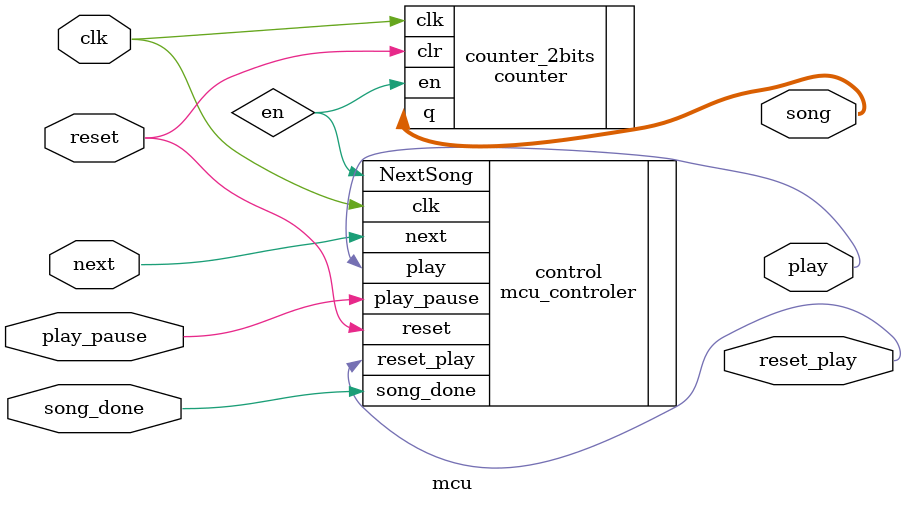
<source format=v>

module mcu(clk,reset,play_pause,next,play,reset_play,song_done,song);
	parameter RESET = 2'b00, PAUSE = 2'b01, NEXT = 2'b10, PLAY = 2'b11;
	input clk,reset,play_pause,next,song_done;
	output play,reset_play;
	output [1:0] song;
	wire en;
	
	//mcu_controler instance
	mcu_controler control(
						.clk(clk),
						.reset(reset),
						.play_pause(play_pause),
						.next(next),
						.song_done(song_done),
						.play(play),
						.reset_play(reset_play),
						.NextSong(en)
						);
	
	//2 bits mcu_counter
	counter #(.N(4),.CounterBit(2)) counter_2bits(
												  .en(en),
												  .clk(clk),
												  .clr(reset),
												  .q(song)
											      );
endmodule


</source>
